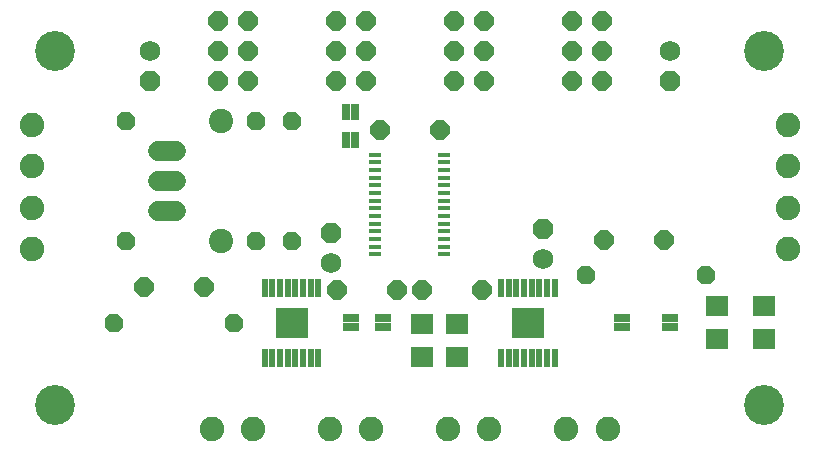
<source format=gts>
G04 EAGLE Gerber RS-274X export*
G75*
%MOMM*%
%FSLAX34Y34*%
%LPD*%
%INSoldermask Top*%
%IPPOS*%
%AMOC8*
5,1,8,0,0,1.08239X$1,22.5*%
G01*
%ADD10C,3.377000*%
%ADD11R,1.117600X0.431800*%
%ADD12R,1.397000X0.762000*%
%ADD13P,1.761049X8X22.500000*%
%ADD14R,1.930000X1.727000*%
%ADD15C,2.077000*%
%ADD16P,1.761049X8X202.500000*%
%ADD17P,1.685281X8X22.500000*%
%ADD18C,1.651000*%
%ADD19C,2.057400*%
%ADD20R,0.762000X1.397000*%
%ADD21P,1.685281X8X112.500000*%
%ADD22P,1.685281X8X292.500000*%
%ADD23P,1.787026X8X292.500000*%
%ADD24R,0.577000X1.527000*%
%ADD25R,2.687000X2.587000*%
%ADD26C,0.627000*%
%ADD27P,1.869504X8X112.500000*%
%ADD28C,1.727200*%
%ADD29P,1.869504X8X292.500000*%


D10*
X50000Y350000D03*
X50000Y50000D03*
X650000Y50000D03*
X650000Y350000D03*
D11*
X320822Y262250D03*
X320822Y255750D03*
X320822Y249250D03*
X320822Y242750D03*
X320822Y236250D03*
X320822Y229750D03*
X320822Y223250D03*
X320822Y216750D03*
X320822Y210250D03*
X320822Y203750D03*
X320822Y197250D03*
X320822Y190750D03*
X320822Y184250D03*
X320822Y177750D03*
X379178Y177750D03*
X379178Y184250D03*
X379178Y190750D03*
X379178Y197250D03*
X379178Y203750D03*
X379178Y210250D03*
X379178Y216750D03*
X379178Y223250D03*
X379178Y229750D03*
X379178Y236250D03*
X379178Y242750D03*
X379178Y249250D03*
X379178Y255750D03*
X379178Y262250D03*
D12*
X300000Y124064D03*
X300000Y115936D03*
X327000Y124064D03*
X327000Y115936D03*
D13*
X288600Y148000D03*
X339400Y148000D03*
D14*
X360000Y119220D03*
X360000Y90780D03*
D15*
X670000Y287500D03*
X670000Y252500D03*
X670000Y217500D03*
X670000Y182500D03*
X217500Y30000D03*
X182500Y30000D03*
X317500Y30000D03*
X282500Y30000D03*
X417500Y30000D03*
X382500Y30000D03*
X517500Y30000D03*
X482500Y30000D03*
D14*
X390000Y119220D03*
X390000Y90780D03*
D16*
X175400Y150000D03*
X124600Y150000D03*
D17*
X99200Y120000D03*
X200800Y120000D03*
D18*
X152220Y265400D02*
X136980Y265400D01*
X136980Y240000D02*
X152220Y240000D01*
X152220Y214600D02*
X136980Y214600D01*
D19*
X190000Y290800D03*
X190000Y189200D03*
D20*
X304064Y275000D03*
X295936Y275000D03*
X304064Y298000D03*
X295936Y298000D03*
D16*
X375400Y283000D03*
X324600Y283000D03*
D21*
X110000Y189200D03*
X110000Y290800D03*
D22*
X250000Y290800D03*
X250000Y189200D03*
X220000Y290800D03*
X220000Y189200D03*
D15*
X30000Y252500D03*
X30000Y287500D03*
X30000Y182500D03*
X30000Y217500D03*
D23*
X187300Y375400D03*
X212700Y375400D03*
X187300Y350000D03*
X212700Y350000D03*
X187300Y324600D03*
X212700Y324600D03*
X287300Y375400D03*
X312700Y375400D03*
X287300Y350000D03*
X312700Y350000D03*
X287300Y324600D03*
X312700Y324600D03*
X387300Y375400D03*
X412700Y375400D03*
X387300Y350000D03*
X412700Y350000D03*
X387300Y324600D03*
X412700Y324600D03*
X487300Y375400D03*
X512700Y375400D03*
X487300Y350000D03*
X512700Y350000D03*
X487300Y324600D03*
X512700Y324600D03*
D24*
X227250Y90500D03*
X233750Y90500D03*
X240250Y90500D03*
X246750Y90500D03*
X253250Y90500D03*
X259750Y90500D03*
X266250Y90500D03*
X272750Y90500D03*
X272750Y149500D03*
X266250Y149500D03*
X259750Y149500D03*
X253250Y149500D03*
X246750Y149500D03*
X240250Y149500D03*
X233750Y149500D03*
X227250Y149500D03*
D25*
X250000Y120000D03*
D26*
X255500Y125500D03*
D27*
X283000Y195700D03*
D28*
X283000Y170300D03*
D12*
X570000Y115936D03*
X570000Y124064D03*
X530000Y115936D03*
X530000Y124064D03*
D16*
X565400Y190000D03*
X514600Y190000D03*
D14*
X650000Y105780D03*
X650000Y134220D03*
X610000Y134220D03*
X610000Y105780D03*
D16*
X411400Y148000D03*
X360600Y148000D03*
D17*
X499200Y160000D03*
X600800Y160000D03*
D24*
X427250Y90500D03*
X433750Y90500D03*
X440250Y90500D03*
X446750Y90500D03*
X453250Y90500D03*
X459750Y90500D03*
X466250Y90500D03*
X472750Y90500D03*
X472750Y149500D03*
X466250Y149500D03*
X459750Y149500D03*
X453250Y149500D03*
X446750Y149500D03*
X440250Y149500D03*
X433750Y149500D03*
X427250Y149500D03*
D25*
X450000Y120000D03*
D26*
X455500Y125500D03*
D27*
X463000Y199700D03*
D28*
X463000Y174300D03*
D29*
X130000Y324300D03*
D28*
X130000Y349700D03*
D29*
X570000Y324300D03*
D28*
X570000Y349700D03*
M02*

</source>
